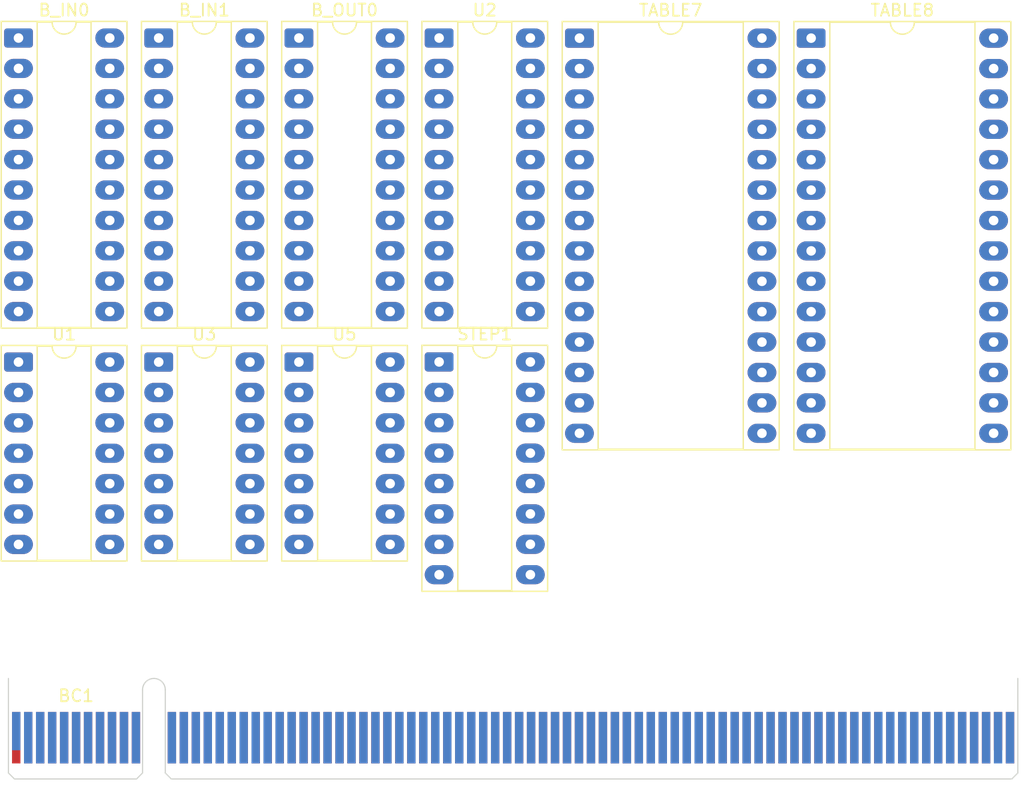
<source format=kicad_pcb>
(kicad_pcb (version 20241229) (generator "pcbnew") (generator_version "9.0")
  (layers (0 "F.Cu" signal) (2 "B.Cu" signal) (13 "F.Paste" user) (15 "B.Paste" user) (5 "F.SilkS" user "F.Silkscreen") (7 "B.SilkS" user "B.Silkscreen") (1 "F.Mask" user) (3 "B.Mask" user) (25 "Edge.Cuts" user))
  (net 0 "")
  (net 1 "/D6")
  (net 4 "/STATE6")
  (net 6 "VCC")
  (net 8 "GND")
  (net 10 "/~{LOAD_FR}")
  (net 11 "/STATE10")
  (net 12 "/D5")
  (net 16 "/IntEnable")
  (net 17 "/STATE8")
  (net 20 "/~{OUT_FR}")
  (net 25 "/~CLK")
  (net 26 "/STATE5")
  (net 28 "/STATE12")
  (net 29 "/D2")
  (net 30 "/AddrIncrement")
  (net 32 "/STATE2")
  (net 37 "/D4")
  (net 38 "/Reset")
  (net 41 "/STATE3")
  (net 42 "/~{IntDisable}")
  (net 43 "/SignIn")
  (net 45 "/~{Halt}")
  (net 48 "/~{Wait}")
  (net 49 "/D7")
  (net 52 "/STATE13")
  (net 56 "/STATE7")
  (net 57 "/AddrDecrement")
  (net 63 "/STATE9")
  (net 65 "/D3")
  (net 66 "/STATE15")
  (net 69 "/~{UPDATE_FR}")
  (net 70 "/D1")
  (net 71 "/STATE0")
  (net 72 "/D0")
  (net 73 "/STATE14")
  (net 75 "/STATE4")
  (net 79 "/~{CarryIn}")
  (net 80 "/ZeroIn")
  (net 81 "/~{SCClear}")
  (net 83 "/STATE11")
  (net 86 "/STATE1")
  (net 91 "Net-(BC1-PULSE)")
  (net 95 "Net-(B_IN0-A1)")
  (net 96 "Net-(B_IN0-A7)")
  (net 97 "Net-(B_IN0-A0)")
  (net 98 "Net-(B_IN0-A3)")
  (net 99 "Net-(B_IN0-A6)")
  (net 100 "Net-(B_IN0-A5)")
  (net 101 "Net-(B_IN0-A4)")
  (net 102 "Net-(B_IN0-A2)")
  (net 103 "Net-(B_OUT0-B4)")
  (net 104 "Net-(B_OUT0-B2)")
  (net 105 "Net-(B_OUT0-B0)")
  (net 106 "Net-(B_OUT0-B3)")
  (net 107 "Net-(B_OUT0-B1)")
  (net 108 "Net-(STEP1-CEP)")
  (net 110 "/Clk")
  (net 111 "Net-(STEP1-~{MR})")
  (net 120 "Net-(TABLE8-~{OE})")
  (net 121 "Net-(U1-Pad6)")
  (net 122 "Net-(U1-Pad4)")
  (net 123 "Net-(U1-Pad8)")
  (net 124 "Net-(U1-Pad12)")
  (net 125 "Net-(U2-Cp)")
  (net 126 "Net-(R2-Pad2)")
  (net 127 "Net-(R3-Pad2)")
  (net 130 "Net-(U3-Pad4)")
  (net 131 "Net-(U5-Pad1)")
  (footprint "Package_DIP:DIP-28_W15.24mm_Socket_LongPads" (layer "F.Cu") (at 132.23 30.93)
    (property "Reference" "TABLE7" (at 7.62 -2.33 0) (layer "F.SilkS"))
    (property "Value" "28C256")
    (fp_line (start 1.56 -1.33) (end 1.56 34.35) (stroke (width 0.12)) (layer "F.SilkS"))
    (fp_line (start 1.56 34.35) (end 13.68 34.35) (stroke (width 0.12)) (layer "F.SilkS"))
    (fp_line (start 6.62 -1.33) (end 1.56 -1.33) (stroke (width 0.12)) (layer "F.SilkS"))
    (fp_line (start 13.68 -1.33) (end 8.62 -1.33) (stroke (width 0.12)) (layer "F.SilkS"))
    (fp_line (start 13.68 34.35) (end 13.68 -1.33) (stroke (width 0.12)) (layer "F.SilkS"))
    (fp_rect (start -1.44 -1.39) (end 16.68 34.41) (stroke (width 0.12)) (fill no) (layer "F.SilkS"))
    (fp_arc (start 8.62 -1.33) (mid 7.62 -0.33) (end 6.62 -1.33) (stroke (width 0.12)) (layer "F.SilkS"))
    (pad "1" thru_hole roundrect (at 0 0) (size 2.4 1.6) (drill 0.8) (layers "*.Cu" "*.Mask") (roundrect_rratio 0.15625) (net 73 "/STATE14"))
    (pad "2" thru_hole oval (at 0 2.54) (size 2.4 1.6) (drill 0.8) (layers "*.Cu" "*.Mask") (net 28 "/STATE12"))
    (pad "3" thru_hole oval (at 0 5.08) (size 2.4 1.6) (drill 0.8) (layers "*.Cu" "*.Mask") (net 56 "/STATE7"))
    (pad "4" thru_hole oval (at 0 7.62) (size 2.4 1.6) (drill 0.8) (layers "*.Cu" "*.Mask") (net 4 "/STATE6"))
    (pad "5" thru_hole oval (at 0 10.16) (size 2.4 1.6) (drill 0.8) (layers "*.Cu" "*.Mask") (net 26 "/STATE5"))
    (pad "6" thru_hole oval (at 0 12.7) (size 2.4 1.6) (drill 0.8) (layers "*.Cu" "*.Mask") (net 75 "/STATE4"))
    (pad "7" thru_hole oval (at 0 15.24) (size 2.4 1.6) (drill 0.8) (layers "*.Cu" "*.Mask") (net 41 "/STATE3"))
    (pad "8" thru_hole oval (at 0 17.78) (size 2.4 1.6) (drill 0.8) (layers "*.Cu" "*.Mask") (net 32 "/STATE2"))
    (pad "9" thru_hole oval (at 0 20.32) (size 2.4 1.6) (drill 0.8) (layers "*.Cu" "*.Mask") (net 86 "/STATE1"))
    (pad "10" thru_hole oval (at 0 22.86) (size 2.4 1.6) (drill 0.8) (layers "*.Cu" "*.Mask") (net 71 "/STATE0"))
    (pad "11" thru_hole oval (at 0 25.4) (size 2.4 1.6) (drill 0.8) (layers "*.Cu" "*.Mask") (net 16 "/IntEnable"))
    (pad "12" thru_hole oval (at 0 27.94) (size 2.4 1.6) (drill 0.8) (layers "*.Cu" "*.Mask") (net 42 "/~{IntDisable}"))
    (pad "13" thru_hole oval (at 0 30.48) (size 2.4 1.6) (drill 0.8) (layers "*.Cu" "*.Mask") (net 57 "/AddrDecrement"))
    (pad "14" thru_hole oval (at 0 33.02) (size 2.4 1.6) (drill 0.8) (layers "*.Cu" "*.Mask") (net 8 "GND"))
    (pad "15" thru_hole oval (at 15.24 33.02) (size 2.4 1.6) (drill 0.8) (layers "*.Cu" "*.Mask") (net 30 "/AddrIncrement"))
    (pad "16" thru_hole oval (at 15.24 30.48) (size 2.4 1.6) (drill 0.8) (layers "*.Cu" "*.Mask"))
    (pad "17" thru_hole oval (at 15.24 27.94) (size 2.4 1.6) (drill 0.8) (layers "*.Cu" "*.Mask"))
    (pad "18" thru_hole oval (at 15.24 25.4) (size 2.4 1.6) (drill 0.8) (layers "*.Cu" "*.Mask"))
    (pad "19" thru_hole oval (at 15.24 22.86) (size 2.4 1.6) (drill 0.8) (layers "*.Cu" "*.Mask"))
    (pad "20" thru_hole oval (at 15.24 20.32) (size 2.4 1.6) (drill 0.8) (layers "*.Cu" "*.Mask") (net 8 "GND"))
    (pad "21" thru_hole oval (at 15.24 17.78) (size 2.4 1.6) (drill 0.8) (layers "*.Cu" "*.Mask") (net 11 "/STATE10"))
    (pad "22" thru_hole oval (at 15.24 15.24) (size 2.4 1.6) (drill 0.8) (layers "*.Cu" "*.Mask") (net 66 "/STATE15"))
    (pad "23" thru_hole oval (at 15.24 12.7) (size 2.4 1.6) (drill 0.8) (layers "*.Cu" "*.Mask") (net 83 "/STATE11"))
    (pad "24" thru_hole oval (at 15.24 10.16) (size 2.4 1.6) (drill 0.8) (layers "*.Cu" "*.Mask") (net 63 "/STATE9"))
    (pad "25" thru_hole oval (at 15.24 7.62) (size 2.4 1.6) (drill 0.8) (layers "*.Cu" "*.Mask") (net 17 "/STATE8"))
    (pad "26" thru_hole oval (at 15.24 5.08) (size 2.4 1.6) (drill 0.8) (layers "*.Cu" "*.Mask") (net 52 "/STATE13"))
    (pad "27" thru_hole oval (at 15.24 2.54) (size 2.4 1.6) (drill 0.8) (layers "*.Cu" "*.Mask") (net 8 "GND"))
    (pad "28" thru_hole oval (at 15.24 0) (size 2.4 1.6) (drill 0.8) (layers "*.Cu" "*.Mask") (net 6 "VCC"))
  )
  (footprint "Package_DIP:DIP-20_W7.62mm_Socket_LongPads" (layer "F.Cu") (at 120.51 30.92)
    (property "Reference" "U2" (at 3.81 -2.33 0) (layer "F.SilkS"))
    (property "Value" "74LS574")
    (fp_line (start 1.56 -1.33) (end 1.56 24.19) (stroke (width 0.12)) (layer "F.SilkS"))
    (fp_line (start 1.56 24.19) (end 6.06 24.19) (stroke (width 0.12)) (layer "F.SilkS"))
    (fp_line (start 2.81 -1.33) (end 1.56 -1.33) (stroke (width 0.12)) (layer "F.SilkS"))
    (fp_line (start 6.06 -1.33) (end 4.81 -1.33) (stroke (width 0.12)) (layer "F.SilkS"))
    (fp_line (start 6.06 24.19) (end 6.06 -1.33) (stroke (width 0.12)) (layer "F.SilkS"))
    (fp_rect (start -1.44 -1.39) (end 9.06 24.25) (stroke (width 0.12)) (fill no) (layer "F.SilkS"))
    (fp_arc (start 4.81 -1.33) (mid 3.81 -0.33) (end 2.81 -1.33) (stroke (width 0.12)) (layer "F.SilkS"))
    (pad "1" thru_hole roundrect (at 0 0) (size 2.4 1.6) (drill 0.8) (layers "*.Cu" "*.Mask") (roundrect_rratio 0.15625) (net 8 "GND"))
    (pad "2" thru_hole oval (at 0 2.54) (size 2.4 1.6) (drill 0.8) (layers "*.Cu" "*.Mask") (net 97 "Net-(B_IN0-A0)"))
    (pad "3" thru_hole oval (at 0 5.08) (size 2.4 1.6) (drill 0.8) (layers "*.Cu" "*.Mask") (net 95 "Net-(B_IN0-A1)"))
    (pad "4" thru_hole oval (at 0 7.62) (size 2.4 1.6) (drill 0.8) (layers "*.Cu" "*.Mask") (net 102 "Net-(B_IN0-A2)"))
    (pad "5" thru_hole oval (at 0 10.16) (size 2.4 1.6) (drill 0.8) (layers "*.Cu" "*.Mask") (net 98 "Net-(B_IN0-A3)"))
    (pad "6" thru_hole oval (at 0 12.7) (size 2.4 1.6) (drill 0.8) (layers "*.Cu" "*.Mask") (net 101 "Net-(B_IN0-A4)"))
    (pad "7" thru_hole oval (at 0 15.24) (size 2.4 1.6) (drill 0.8) (layers "*.Cu" "*.Mask") (net 100 "Net-(B_IN0-A5)"))
    (pad "8" thru_hole oval (at 0 17.78) (size 2.4 1.6) (drill 0.8) (layers "*.Cu" "*.Mask") (net 99 "Net-(B_IN0-A6)"))
    (pad "9" thru_hole oval (at 0 20.32) (size 2.4 1.6) (drill 0.8) (layers "*.Cu" "*.Mask") (net 96 "Net-(B_IN0-A7)"))
    (pad "10" thru_hole oval (at 0 22.86) (size 2.4 1.6) (drill 0.8) (layers "*.Cu" "*.Mask") (net 8 "GND"))
    (pad "11" thru_hole oval (at 7.62 22.86) (size 2.4 1.6) (drill 0.8) (layers "*.Cu" "*.Mask") (net 125 "Net-(U2-Cp)"))
    (pad "12" thru_hole oval (at 7.62 20.32) (size 2.4 1.6) (drill 0.8) (layers "*.Cu" "*.Mask") (net 11 "/STATE10"))
    (pad "13" thru_hole oval (at 7.62 17.78) (size 2.4 1.6) (drill 0.8) (layers "*.Cu" "*.Mask") (net 63 "/STATE9"))
    (pad "14" thru_hole oval (at 7.62 15.24) (size 2.4 1.6) (drill 0.8) (layers "*.Cu" "*.Mask") (net 17 "/STATE8"))
    (pad "15" thru_hole oval (at 7.62 12.7) (size 2.4 1.6) (drill 0.8) (layers "*.Cu" "*.Mask") (net 103 "Net-(B_OUT0-B4)"))
    (pad "16" thru_hole oval (at 7.62 10.16) (size 2.4 1.6) (drill 0.8) (layers "*.Cu" "*.Mask") (net 106 "Net-(B_OUT0-B3)"))
    (pad "17" thru_hole oval (at 7.62 7.62) (size 2.4 1.6) (drill 0.8) (layers "*.Cu" "*.Mask") (net 104 "Net-(B_OUT0-B2)"))
    (pad "18" thru_hole oval (at 7.62 5.08) (size 2.4 1.6) (drill 0.8) (layers "*.Cu" "*.Mask") (net 107 "Net-(B_OUT0-B1)"))
    (pad "19" thru_hole oval (at 7.62 2.54) (size 2.4 1.6) (drill 0.8) (layers "*.Cu" "*.Mask") (net 105 "Net-(B_OUT0-B0)"))
    (pad "20" thru_hole oval (at 7.62 0) (size 2.4 1.6) (drill 0.8) (layers "*.Cu" "*.Mask") (net 6 "VCC"))
  )
  (footprint "Package_DIP:DIP-16_W7.62mm_Socket_LongPads" (layer "F.Cu") (at 120.51 57.99)
    (property "Reference" "STEP1" (at 3.81 -2.33 0) (layer "F.SilkS"))
    (property "Value" "74LS161")
    (fp_line (start 1.56 -1.33) (end 1.56 19.11) (stroke (width 0.12)) (layer "F.SilkS"))
    (fp_line (start 1.56 19.11) (end 6.06 19.11) (stroke (width 0.12)) (layer "F.SilkS"))
    (fp_line (start 2.81 -1.33) (end 1.56 -1.33) (stroke (width 0.12)) (layer "F.SilkS"))
    (fp_line (start 6.06 -1.33) (end 4.81 -1.33) (stroke (width 0.12)) (layer "F.SilkS"))
    (fp_line (start 6.06 19.11) (end 6.06 -1.33) (stroke (width 0.12)) (layer "F.SilkS"))
    (fp_rect (start -1.44 -1.39) (end 9.06 19.17) (stroke (width 0.12)) (fill no) (layer "F.SilkS"))
    (fp_arc (start 4.81 -1.33) (mid 3.81 -0.33) (end 2.81 -1.33) (stroke (width 0.12)) (layer "F.SilkS"))
    (pad "1" thru_hole roundrect (at 0 0) (size 2.4 1.6) (drill 0.8) (layers "*.Cu" "*.Mask") (roundrect_rratio 0.15625) (net 111 "Net-(STEP1-~{MR})"))
    (pad "2" thru_hole oval (at 0 2.54) (size 2.4 1.6) (drill 0.8) (layers "*.Cu" "*.Mask") (net 110 "/Clk"))
    (pad "3" thru_hole oval (at 0 5.08) (size 2.4 1.6) (drill 0.8) (layers "*.Cu" "*.Mask") (net 8 "GND"))
    (pad "4" thru_hole oval (at 0 7.62) (size 2.4 1.6) (drill 0.8) (layers "*.Cu" "*.Mask") (net 8 "GND"))
    (pad "5" thru_hole oval (at 0 10.16) (size 2.4 1.6) (drill 0.8) (layers "*.Cu" "*.Mask") (net 8 "GND"))
    (pad "6" thru_hole oval (at 0 12.7) (size 2.4 1.6) (drill 0.8) (layers "*.Cu" "*.Mask") (net 8 "GND"))
    (pad "7" thru_hole oval (at 0 15.24) (size 2.4 1.6) (drill 0.8) (layers "*.Cu" "*.Mask") (net 108 "Net-(STEP1-CEP)"))
    (pad "8" thru_hole oval (at 0 17.78) (size 2.4 1.6) (drill 0.8) (layers "*.Cu" "*.Mask") (net 8 "GND"))
    (pad "9" thru_hole oval (at 7.62 17.78) (size 2.4 1.6) (drill 0.8) (layers "*.Cu" "*.Mask") (net 81 "/~{SCClear}"))
    (pad "10" thru_hole oval (at 7.62 15.24) (size 2.4 1.6) (drill 0.8) (layers "*.Cu" "*.Mask") (net 108 "Net-(STEP1-CEP)"))
    (pad "11" thru_hole oval (at 7.62 12.7) (size 2.4 1.6) (drill 0.8) (layers "*.Cu" "*.Mask") (net 73 "/STATE14"))
    (pad "12" thru_hole oval (at 7.62 10.16) (size 2.4 1.6) (drill 0.8) (layers "*.Cu" "*.Mask") (net 52 "/STATE13"))
    (pad "13" thru_hole oval (at 7.62 7.62) (size 2.4 1.6) (drill 0.8) (layers "*.Cu" "*.Mask") (net 28 "/STATE12"))
    (pad "14" thru_hole oval (at 7.62 5.08) (size 2.4 1.6) (drill 0.8) (layers "*.Cu" "*.Mask") (net 83 "/STATE11"))
    (pad "15" thru_hole oval (at 7.62 2.54) (size 2.4 1.6) (drill 0.8) (layers "*.Cu" "*.Mask"))
    (pad "16" thru_hole oval (at 7.62 0) (size 2.4 1.6) (drill 0.8) (layers "*.Cu" "*.Mask") (net 6 "VCC"))
  )
  (footprint "Connector_PCBEdge:BUS_PCIexpress_x16" (layer "F.Cu") (at 85.19 89.39)
    (property "Reference" "BC1" (at 5 -3.5 0) (layer "F.SilkS"))
    (property "Value" "BusConnector")
    (fp_line (start -0.65 -4.95) (end -0.65 2.95) (stroke (width 0.1)) (layer "Edge.Cuts"))
    (fp_line (start -0.65 2.95) (end -0.15 3.45) (stroke (width 0.1)) (layer "Edge.Cuts"))
    (fp_line (start -0.15 3.45) (end 10.05 3.45) (stroke (width 0.1)) (layer "Edge.Cuts"))
    (fp_line (start 10.55 -4) (end 10.55 2.95) (stroke (width 0.1)) (layer "Edge.Cuts"))
    (fp_line (start 10.55 2.95) (end 10.05 3.45) (stroke (width 0.1)) (layer "Edge.Cuts"))
    (fp_line (start 12.45 -4) (end 12.45 2.95) (stroke (width 0.1)) (layer "Edge.Cuts"))
    (fp_line (start 12.45 2.95) (end 12.95 3.45) (stroke (width 0.1)) (layer "Edge.Cuts"))
    (fp_line (start 12.95 3.45) (end 83.15 3.45) (stroke (width 0.1)) (layer "Edge.Cuts"))
    (fp_line (start 83.65 -4.95) (end 83.65 2.95) (stroke (width 0.1)) (layer "Edge.Cuts"))
    (fp_line (start 83.65 2.95) (end 83.15 3.45) (stroke (width 0.1)) (layer "Edge.Cuts"))
    (fp_arc (start 10.55 -4) (mid 11.5 -4.95) (end 12.45 -4) (stroke (width 0.1)) (layer "Edge.Cuts"))
    (pad "A1" connect rect (at 0 -0.55) (size 0.7 3.2) (layers "B.Cu" "B.Mask") (net 6 "VCC"))
    (pad "A2" connect rect (at 1 0) (size 0.7 4.3) (layers "B.Cu" "B.Mask") (net 6 "VCC"))
    (pad "A3" connect rect (at 2 0) (size 0.7 4.3) (layers "B.Cu" "B.Mask") (net 6 "VCC"))
    (pad "A4" connect rect (at 3 0) (size 0.7 4.3) (layers "B.Cu" "B.Mask") (net 6 "VCC"))
    (pad "A5" connect rect (at 4 0) (size 0.7 4.3) (layers "B.Cu" "B.Mask") (net 6 "VCC"))
    (pad "A6" connect rect (at 5 0) (size 0.7 4.3) (layers "B.Cu" "B.Mask"))
    (pad "A7" connect rect (at 6 0) (size 0.7 4.3) (layers "B.Cu" "B.Mask"))
    (pad "A8" connect rect (at 7 0) (size 0.7 4.3) (layers "B.Cu" "B.Mask"))
    (pad "A9" connect rect (at 8 0) (size 0.7 4.3) (layers "B.Cu" "B.Mask"))
    (pad "A10" connect rect (at 9 0) (size 0.7 4.3) (layers "B.Cu" "B.Mask"))
    (pad "A11" connect rect (at 10 0) (size 0.7 4.3) (layers "B.Cu" "B.Mask"))
    (pad "A12" connect rect (at 13 0) (size 0.7 4.3) (layers "B.Cu" "B.Mask") (net 8 "GND"))
    (pad "A13" connect rect (at 14 0) (size 0.7 4.3) (layers "B.Cu" "B.Mask") (net 8 "GND"))
    (pad "A14" connect rect (at 15 0) (size 0.7 4.3) (layers "B.Cu" "B.Mask"))
    (pad "A15" connect rect (at 16 0) (size 0.7 4.3) (layers "B.Cu" "B.Mask"))
    (pad "A16" connect rect (at 17 0) (size 0.7 4.3) (layers "B.Cu" "B.Mask"))
    (pad "A17" connect rect (at 18 0) (size 0.7 4.3) (layers "B.Cu" "B.Mask"))
    (pad "A18" connect rect (at 19 0) (size 0.7 4.3) (layers "B.Cu" "B.Mask"))
    (pad "A19" connect rect (at 20 0) (size 0.7 4.3) (layers "B.Cu" "B.Mask"))
    (pad "A20" connect rect (at 21 0) (size 0.7 4.3) (layers "B.Cu" "B.Mask"))
    (pad "A21" connect rect (at 22 0) (size 0.7 4.3) (layers "B.Cu" "B.Mask"))
    (pad "A22" connect rect (at 23 0) (size 0.7 4.3) (layers "B.Cu" "B.Mask"))
    (pad "A23" connect rect (at 24 0) (size 0.7 4.3) (layers "B.Cu" "B.Mask") (net 8 "GND"))
    (pad "A24" connect rect (at 25 0) (size 0.7 4.3) (layers "B.Cu" "B.Mask"))
    (pad "A25" connect rect (at 26 0) (size 0.7 4.3) (layers "B.Cu" "B.Mask"))
    (pad "A26" connect rect (at 27 0) (size 0.7 4.3) (layers "B.Cu" "B.Mask"))
    (pad "A27" connect rect (at 28 0) (size 0.7 4.3) (layers "B.Cu" "B.Mask"))
    (pad "A28" connect rect (at 29 0) (size 0.7 4.3) (layers "B.Cu" "B.Mask") (net 10 "/~{LOAD_FR}"))
    (pad "A29" connect rect (at 30 0) (size 0.7 4.3) (layers "B.Cu" "B.Mask"))
    (pad "A30" connect rect (at 31 0) (size 0.7 4.3) (layers "B.Cu" "B.Mask"))
    (pad "A31" connect rect (at 32 0) (size 0.7 4.3) (layers "B.Cu" "B.Mask"))
    (pad "A32" connect rect (at 33 0) (size 0.7 4.3) (layers "B.Cu" "B.Mask") (net 8 "GND"))
    (pad "A33" connect rect (at 34 0) (size 0.7 4.3) (layers "B.Cu" "B.Mask") (net 71 "/STATE0"))
    (pad "A34" connect rect (at 35 0) (size 0.7 4.3) (layers "B.Cu" "B.Mask") (net 86 "/STATE1"))
    (pad "A35" connect rect (at 36 0) (size 0.7 4.3) (layers "B.Cu" "B.Mask") (net 32 "/STATE2"))
    (pad "A36" connect rect (at 37 0) (size 0.7 4.3) (layers "B.Cu" "B.Mask") (net 41 "/STATE3"))
    (pad "A37" connect rect (at 38 0) (size 0.7 4.3) (layers "B.Cu" "B.Mask") (net 75 "/STATE4"))
    (pad "A38" connect rect (at 39 0) (size 0.7 4.3) (layers "B.Cu" "B.Mask") (net 26 "/STATE5"))
    (pad "A39" connect rect (at 40 0) (size 0.7 4.3) (layers "B.Cu" "B.Mask") (net 4 "/STATE6"))
    (pad "A40" connect rect (at 41 0) (size 0.7 4.3) (layers "B.Cu" "B.Mask") (net 56 "/STATE7"))
    (pad "A41" connect rect (at 42 0) (size 0.7 4.3) (layers "B.Cu" "B.Mask") (net 8 "GND"))
    (pad "A42" connect rect (at 43 0) (size 0.7 4.3) (layers "B.Cu" "B.Mask") (net 17 "/STATE8"))
    (pad "A43" connect rect (at 44 0) (size 0.7 4.3) (layers "B.Cu" "B.Mask") (net 63 "/STATE9"))
    (pad "A44" connect rect (at 45 0) (size 0.7 4.3) (layers "B.Cu" "B.Mask") (net 11 "/STATE10"))
    (pad "A45" connect rect (at 46 0) (size 0.7 4.3) (layers "B.Cu" "B.Mask") (net 83 "/STATE11"))
    (pad "A46" connect rect (at 47 0) (size 0.7 4.3) (layers "B.Cu" "B.Mask") (net 28 "/STATE12"))
    (pad "A47" connect rect (at 48 0) (size 0.7 4.3) (layers "B.Cu" "B.Mask") (net 52 "/STATE13"))
    (pad "A48" connect rect (at 49 0) (size 0.7 4.3) (layers "B.Cu" "B.Mask") (net 73 "/STATE14"))
    (pad "A49" connect rect (at 50 0) (size 0.7 4.3) (layers "B.Cu" "B.Mask") (net 66 "/STATE15"))
    (pad "A50" connect rect (at 51 0) (size 0.7 4.3) (layers "B.Cu" "B.Mask") (net 8 "GND"))
    (pad "A51" connect rect (at 52 0) (size 0.7 4.3) (layers "B.Cu" "B.Mask") (net 72 "/D0"))
    (pad "A52" connect rect (at 53 0) (size 0.7 4.3) (layers "B.Cu" "B.Mask") (net 70 "/D1"))
    (pad "A53" connect rect (at 54 0) (size 0.7 4.3) (layers "B.Cu" "B.Mask") (net 29 "/D2"))
    (pad "A54" connect rect (at 55 0) (size 0.7 4.3) (layers "B.Cu" "B.Mask") (net 65 "/D3"))
    (pad "A55" connect rect (at 56 0) (size 0.7 4.3) (layers "B.Cu" "B.Mask") (net 37 "/D4"))
    (pad "A56" connect rect (at 57 0) (size 0.7 4.3) (layers "B.Cu" "B.Mask") (net 12 "/D5"))
    (pad "A57" connect rect (at 58 0) (size 0.7 4.3) (layers "B.Cu" "B.Mask") (net 1 "/D6"))
    (pad "A58" connect rect (at 59 0) (size 0.7 4.3) (layers "B.Cu" "B.Mask") (net 49 "/D7"))
    (pad "A59" connect rect (at 60 0) (size 0.7 4.3) (layers "B.Cu" "B.Mask") (net 8 "GND"))
    (pad "A60" connect rect (at 61 0) (size 0.7 4.3) (layers "B.Cu" "B.Mask") (net 80 "/ZeroIn"))
    (pad "A61" connect rect (at 62 0) (size 0.7 4.3) (layers "B.Cu" "B.Mask") (net 79 "/~{CarryIn}"))
    (pad "A62" connect rect (at 63 0) (size 0.7 4.3) (layers "B.Cu" "B.Mask") (net 43 "/SignIn"))
    (pad "A63" connect rect (at 64 0) (size 0.7 4.3) (layers "B.Cu" "B.Mask") (net 8 "GND"))
    (pad "A64" connect rect (at 65 0) (size 0.7 4.3) (layers "B.Cu" "B.Mask") (net 8 "GND"))
    (pad "A65" connect rect (at 66 0) (size 0.7 4.3) (layers "B.Cu" "B.Mask") (net 8 "GND"))
    (pad "A66" connect rect (at 67 0) (size 0.7 4.3) (layers "B.Cu" "B.Mask") (net 8 "GND"))
    (pad "A67" connect rect (at 68 0) (size 0.7 4.3) (layers "B.Cu" "B.Mask"))
    (pad "A68" connect rect (at 69 0) (size 0.7 4.3) (layers "B.Cu" "B.Mask") (net 48 "/~{Wait}"))
    (pad "A69" connect rect (at 70 0) (size 0.7 4.3) (layers "B.Cu" "B.Mask") (net 38 "/Reset"))
    (pad "A70" connect rect (at 71 0) (size 0.7 4.3) (layers "B.Cu" "B.Mask") (net 8 "GND"))
    (pad "A71" connect rect (at 72 0) (size 0.7 4.3) (layers "B.Cu" "B.Mask") (net 8 "GND"))
    (pad "A72" connect rect (at 73 0) (size 0.7 4.3) (layers "B.Cu" "B.Mask") (net 8 "GND"))
    (pad "A73" connect rect (at 74 0) (size 0.7 4.3) (layers "B.Cu" "B.Mask") (net 8 "GND"))
    (pad "A74" connect rect (at 75 0) (size 0.7 4.3) (layers "B.Cu" "B.Mask") (net 8 "GND"))
    (pad "A75" connect rect (at 76 0) (size 0.7 4.3) (layers "B.Cu" "B.Mask") (net 8 "GND"))
    (pad "A76" connect rect (at 77 0) (size 0.7 4.3) (layers "B.Cu" "B.Mask") (net 8 "GND"))
    (pad "A77" connect rect (at 78 0) (size 0.7 4.3) (layers "B.Cu" "B.Mask"))
    (pad "A78" connect rect (at 79 0) (size 0.7 4.3) (layers "B.Cu" "B.Mask"))
    (pad "A79" connect rect (at 80 0) (size 0.7 4.3) (layers "B.Cu" "B.Mask"))
    (pad "A80" connect rect (at 81 0) (size 0.7 4.3) (layers "B.Cu" "B.Mask"))
    (pad "A81" connect rect (at 82 0) (size 0.7 4.3) (layers "B.Cu" "B.Mask"))
    (pad "A82" connect rect (at 83 0) (size 0.7 4.3) (layers "B.Cu" "B.Mask"))
    (pad "B1" connect rect (at 0 0) (size 0.7 4.3) (layers "F.Cu" "F.Mask") (net 6 "VCC"))
    (pad "B2" connect rect (at 1 0) (size 0.7 4.3) (layers "F.Cu" "F.Mask") (net 6 "VCC"))
    (pad "B3" connect rect (at 2 0) (size 0.7 4.3) (layers "F.Cu" "F.Mask") (net 6 "VCC"))
    (pad "B4" connect rect (at 3 0) (size 0.7 4.3) (layers "F.Cu" "F.Mask") (net 6 "VCC"))
    (pad "B5" connect rect (at 4 0) (size 0.7 4.3) (layers "F.Cu" "F.Mask") (net 6 "VCC"))
    (pad "B6" connect rect (at 5 0) (size 0.7 4.3) (layers "F.Cu" "F.Mask"))
    (pad "B7" connect rect (at 6 0) (size 0.7 4.3) (layers "F.Cu" "F.Mask"))
    (pad "B8" connect rect (at 7 0) (size 0.7 4.3) (layers "F.Cu" "F.Mask"))
    (pad "B9" connect rect (at 8 0) (size 0.7 4.3) (layers "F.Cu" "F.Mask"))
    (pad "B10" connect rect (at 9 0) (size 0.7 4.3) (layers "F.Cu" "F.Mask"))
    (pad "B11" connect rect (at 10 0) (size 0.7 4.3) (layers "F.Cu" "F.Mask"))
    (pad "B12" connect rect (at 13 0) (size 0.7 4.3) (layers "F.Cu" "F.Mask") (net 8 "GND"))
    (pad "B13" connect rect (at 14 0) (size 0.7 4.3) (layers "F.Cu" "F.Mask") (net 8 "GND"))
    (pad "B14" connect rect (at 15 0) (size 0.7 4.3) (layers "F.Cu" "F.Mask"))
    (pad "B15" connect rect (at 16 0) (size 0.7 4.3) (layers "F.Cu" "F.Mask"))
    (pad "B16" connect rect (at 17 0) (size 0.7 4.3) (layers "F.Cu" "F.Mask"))
    (pad "B17" connect rect (at 18 0) (size 0.7 4.3) (layers "F.Cu" "F.Mask"))
    (pad "B18" connect rect (at 19 0) (size 0.7 4.3) (layers "F.Cu" "F.Mask"))
    (pad "B19" connect rect (at 20 0) (size 0.7 4.3) (layers "F.Cu" "F.Mask"))
    (pad "B20" connect rect (at 21 0) (size 0.7 4.3) (layers "F.Cu" "F.Mask"))
    (pad "B21" connect rect (at 22 0) (size 0.7 4.3) (layers "F.Cu" "F.Mask"))
    (pad "B22" connect rect (at 23 0) (size 0.7 4.3) (layers "F.Cu" "F.Mask"))
    (pad "B23" connect rect (at 24 0) (size 0.7 4.3) (layers "F.Cu" "F.Mask") (net 8 "GND"))
    (pad "B24" connect rect (at 25 0) (size 0.7 4.3) (layers "F.Cu" "F.Mask"))
    (pad "B25" connect rect (at 26 0) (size 0.7 4.3) (layers "F.Cu" "F.Mask"))
    (pad "B26" connect rect (at 27 0) (size 0.7 4.3) (layers "F.Cu" "F.Mask"))
    (pad "B27" connect rect (at 28 0) (size 0.7 4.3) (layers "F.Cu" "F.Mask"))
    (pad "B28" connect rect (at 29 0) (size 0.7 4.3) (layers "F.Cu" "F.Mask") (net 20 "/~{OUT_FR}"))
    (pad "B29" connect rect (at 30 0) (size 0.7 4.3) (layers "F.Cu" "F.Mask"))
    (pad "B30" connect rect (at 31 0) (size 0.7 4.3) (layers "F.Cu" "F.Mask"))
    (pad "B31" connect rect (at 32 0) (size 0.7 4.3) (layers "F.Cu" "F.Mask"))
    (pad "B32" connect rect (at 33 0) (size 0.7 4.3) (layers "F.Cu" "F.Mask") (net 8 "GND"))
    (pad "B33" connect rect (at 34 0) (size 0.7 4.3) (layers "F.Cu" "F.Mask"))
    (pad "B34" connect rect (at 35 0) (size 0.7 4.3) (layers "F.Cu" "F.Mask"))
    (pad "B35" connect rect (at 36 0) (size 0.7 4.3) (layers "F.Cu" "F.Mask"))
    (pad "B36" connect rect (at 37 0) (size 0.7 4.3) (layers "F.Cu" "F.Mask"))
    (pad "B37" connect rect (at 38 0) (size 0.7 4.3) (layers "F.Cu" "F.Mask"))
    (pad "B38" connect rect (at 39 0) (size 0.7 4.3) (layers "F.Cu" "F.Mask"))
    (pad "B39" connect rect (at 40 0) (size 0.7 4.3) (layers "F.Cu" "F.Mask") (net 69 "/~{UPDATE_FR}"))
    (pad "B40" connect rect (at 41 0) (size 0.7 4.3) (layers "F.Cu" "F.Mask"))
    (pad "B41" connect rect (at 42 0) (size 0.7 4.3) (layers "F.Cu" "F.Mask") (net 8 "GND"))
    (pad "B42" connect rect (at 43 0) (size 0.7 4.3) (layers "F.Cu" "F.Mask"))
    (pad "B43" connect rect (at 44 0) (size 0.7 4.3) (layers "F.Cu" "F.Mask"))
    (pad "B44" connect rect (at 45 0) (size 0.7 4.3) (layers "F.Cu" "F.Mask"))
    (pad "B45" connect rect (at 46 0) (size 0.7 4.3) (layers "F.Cu" "F.Mask") (net 81 "/~{SCClear}"))
    (pad "B46" connect rect (at 47 0) (size 0.7 4.3) (layers "F.Cu" "F.Mask") (net 45 "/~{Halt}"))
    (pad "B47" connect rect (at 48 0) (size 0.7 4.3) (layers "F.Cu" "F.Mask"))
    (pad "B48" connect rect (at 49 0) (size 0.7 4.3) (layers "F.Cu" "F.Mask"))
    (pad "B49" connect rect (at 50 0) (size 0.7 4.3) (layers "F.Cu" "F.Mask"))
    (pad "B50" connect rect (at 51 0) (size 0.7 4.3) (layers "F.Cu" "F.Mask") (net 8 "GND"))
    (pad "B51" connect rect (at 52 0) (size 0.7 4.3) (layers "F.Cu" "F.Mask"))
    (pad "B52" connect rect (at 53 0) (size 0.7 4.3) (layers "F.Cu" "F.Mask"))
    (pad "B53" connect rect (at 54 0) (size 0.7 4.3) (layers "F.Cu" "F.Mask"))
    (pad "B54" connect rect (at 55 0) (size 0.7 4.3) (layers "F.Cu" "F.Mask"))
    (pad "B55" connect rect (at 56 0) (size 0.7 4.3) (layers "F.Cu" "F.Mask"))
    (pad "B56" connect rect (at 57 0) (size 0.7 4.3) (layers "F.Cu" "F.Mask"))
    (pad "B57" connect rect (at 58 0) (size 0.7 4.3) (layers "F.Cu" "F.Mask") (net 16 "/IntEnable"))
    (pad "B58" connect rect (at 59 0) (size 0.7 4.3) (layers "F.Cu" "F.Mask") (net 42 "/~{IntDisable}"))
    (pad "B59" connect rect (at 60 0) (size 0.7 4.3) (layers "F.Cu" "F.Mask") (net 8 "GND"))
    (pad "B60" connect rect (at 61 0) (size 0.7 4.3) (layers "F.Cu" "F.Mask") (net 57 "/AddrDecrement"))
    (pad "B61" connect rect (at 62 0) (size 0.7 4.3) (layers "F.Cu" "F.Mask") (net 30 "/AddrIncrement"))
    (pad "B62" connect rect (at 63 0) (size 0.7 4.3) (layers "F.Cu" "F.Mask") (net 8 "GND"))
    (pad "B63" connect rect (at 64 0) (size 0.7 4.3) (layers "F.Cu" "F.Mask") (net 8 "GND"))
    (pad "B64" connect rect (at 65 0) (size 0.7 4.3) (layers "F.Cu" "F.Mask") (net 8 "GND"))
    (pad "B65" connect rect (at 66 0) (size 0.7 4.3) (layers "F.Cu" "F.Mask") (net 8 "GND"))
    (pad "B66" connect rect (at 67 0) (size 0.7 4.3) (layers "F.Cu" "F.Mask") (net 8 "GND"))
    (pad "B67" connect rect (at 68 0) (size 0.7 4.3) (layers "F.Cu" "F.Mask") (net 8 "GND"))
    (pad "B68" connect rect (at 69 0) (size 0.7 4.3) (layers "F.Cu" "F.Mask") (net 8 "GND"))
    (pad "B69" connect rect (at 70 0) (size 0.7 4.3) (layers "F.Cu" "F.Mask") (net 8 "GND"))
    (pad "B70" connect rect (at 71 0) (size 0.7 4.3) (layers "F.Cu" "F.Mask") (net 8 "GND"))
    (pad "B71" connect rect (at 72 0) (size 0.7 4.3) (layers "F.Cu" "F.Mask") (net 8 "GND"))
    (pad "B72" connect rect (at 73 0) (size 0.7 4.3) (layers "F.Cu" "F.Mask") (net 8 "GND"))
    (pad "B73" connect rect (at 74 0) (size 0.7 4.3) (layers "F.Cu" "F.Mask") (net 25 "/~CLK"))
    (pad "B74" connect rect (at 75 0) (size 0.7 4.3) (layers "F.Cu" "F.Mask") (net 91 "Net-(BC1-PULSE)"))
    (pad "B75" connect rect (at 76 0) (size 0.7 4.3) (layers "F.Cu" "F.Mask") (net 8 "GND"))
    (pad "B76" connect rect (at 77 0) (size 0.7 4.3) (layers "F.Cu" "F.Mask") (net 8 "GND"))
    (pad "B77" connect rect (at 78 0) (size 0.7 4.3) (layers "F.Cu" "F.Mask"))
    (pad "B78" connect rect (at 79 0) (size 0.7 4.3) (layers "F.Cu" "F.Mask"))
    (pad "B79" connect rect (at 80 0) (size 0.7 4.3) (layers "F.Cu" "F.Mask"))
    (pad "B80" connect rect (at 81 0) (size 0.7 4.3) (layers "F.Cu" "F.Mask"))
    (pad "B81" connect rect (at 82 -0.55) (size 0.7 3.2) (layers "F.Cu" "F.Mask"))
    (pad "B82" connect rect (at 83 0) (size 0.7 4.3) (layers "F.Cu" "F.Mask"))
  )
  (footprint "Package_DIP:DIP-14_W7.62mm_Socket_LongPads" (layer "F.Cu") (at 108.8 58)
    (property "Reference" "U5" (at 3.81 -2.33 0) (layer "F.SilkS"))
    (property "Value" "74LS00")
    (fp_line (start 1.56 -1.33) (end 1.56 16.57) (stroke (width 0.12)) (layer "F.SilkS"))
    (fp_line (start 1.56 16.57) (end 6.06 16.57) (stroke (width 0.12)) (layer "F.SilkS"))
    (fp_line (start 2.81 -1.33) (end 1.56 -1.33) (stroke (width 0.12)) (layer "F.SilkS"))
    (fp_line (start 6.06 -1.33) (end 4.81 -1.33) (stroke (width 0.12)) (layer "F.SilkS"))
    (fp_line (start 6.06 16.57) (end 6.06 -1.33) (stroke (width 0.12)) (layer "F.SilkS"))
    (fp_rect (start -1.44 -1.39) (end 9.06 16.63) (stroke (width 0.12)) (fill no) (layer "F.SilkS"))
    (fp_arc (start 4.81 -1.33) (mid 3.81 -0.33) (end 2.81 -1.33) (stroke (width 0.12)) (layer "F.SilkS"))
    (pad "1" thru_hole roundrect (at 0 0) (size 2.4 1.6) (drill 0.8) (layers "*.Cu" "*.Mask") (roundrect_rratio 0.15625) (net 131 "Net-(U5-Pad1)"))
    (pad "2" thru_hole oval (at 0 2.54) (size 2.4 1.6) (drill 0.8) (layers "*.Cu" "*.Mask") (net 131 "Net-(U5-Pad1)"))
    (pad "3" thru_hole oval (at 0 5.08) (size 2.4 1.6) (drill 0.8) (layers "*.Cu" "*.Mask") (net 108 "Net-(STEP1-CEP)"))
    (pad "4" thru_hole oval (at 0 7.62) (size 2.4 1.6) (drill 0.8) (layers "*.Cu" "*.Mask") (net 38 "/Reset"))
    (pad "5" thru_hole oval (at 0 10.16) (size 2.4 1.6) (drill 0.8) (layers "*.Cu" "*.Mask") (net 38 "/Reset"))
    (pad "6" thru_hole oval (at 0 12.7) (size 2.4 1.6) (drill 0.8) (layers "*.Cu" "*.Mask") (net 111 "Net-(STEP1-~{MR})"))
    (pad "7" thru_hole oval (at 0 15.24) (size 2.4 1.6) (drill 0.8) (layers "*.Cu" "*.Mask") (net 8 "GND"))
    (pad "8" thru_hole oval (at 7.62 15.24) (size 2.4 1.6) (drill 0.8) (layers "*.Cu" "*.Mask") (net 131 "Net-(U5-Pad1)"))
    (pad "9" thru_hole oval (at 7.62 12.7) (size 2.4 1.6) (drill 0.8) (layers "*.Cu" "*.Mask") (net 45 "/~{Halt}"))
    (pad "10" thru_hole oval (at 7.62 10.16) (size 2.4 1.6) (drill 0.8) (layers "*.Cu" "*.Mask") (net 48 "/~{Wait}"))
    (pad "11" thru_hole oval (at 7.62 7.62) (size 2.4 1.6) (drill 0.8) (layers "*.Cu" "*.Mask") (net 91 "Net-(BC1-PULSE)"))
    (pad "12" thru_hole oval (at 7.62 5.08) (size 2.4 1.6) (drill 0.8) (layers "*.Cu" "*.Mask") (net 123 "Net-(U1-Pad8)"))
    (pad "13" thru_hole oval (at 7.62 2.54) (size 2.4 1.6) (drill 0.8) (layers "*.Cu" "*.Mask") (net 25 "/~CLK"))
    (pad "14" thru_hole oval (at 7.62 0) (size 2.4 1.6) (drill 0.8) (layers "*.Cu" "*.Mask") (net 6 "VCC"))
  )
  (footprint "Package_DIP:DIP-28_W15.24mm_Socket_LongPads" (layer "F.Cu") (at 151.58 30.93)
    (property "Reference" "TABLE8" (at 7.62 -2.33 0) (layer "F.SilkS"))
    (property "Value" "28C256")
    (fp_line (start 1.56 -1.33) (end 1.56 34.35) (stroke (width 0.12)) (layer "F.SilkS"))
    (fp_line (start 1.56 34.35) (end 13.68 34.35) (stroke (width 0.12)) (layer "F.SilkS"))
    (fp_line (start 6.62 -1.33) (end 1.56 -1.33) (stroke (width 0.12)) (layer "F.SilkS"))
    (fp_line (start 13.68 -1.33) (end 8.62 -1.33) (stroke (width 0.12)) (layer "F.SilkS"))
    (fp_line (start 13.68 34.35) (end 13.68 -1.33) (stroke (width 0.12)) (layer "F.SilkS"))
    (fp_rect (start -1.44 -1.39) (end 16.68 34.41) (stroke (width 0.12)) (fill no) (layer "F.SilkS"))
    (fp_arc (start 8.62 -1.33) (mid 7.62 -0.33) (end 6.62 -1.33) (stroke (width 0.12)) (layer "F.SilkS"))
    (pad "1" thru_hole roundrect (at 0 0) (size 2.4 1.6) (drill 0.8) (layers "*.Cu" "*.Mask") (roundrect_rratio 0.15625) (net 73 "/STATE14"))
    (pad "2" thru_hole oval (at 0 2.54) (size 2.4 1.6) (drill 0.8) (layers "*.Cu" "*.Mask") (net 28 "/STATE12"))
    (pad "3" thru_hole oval (at 0 5.08) (size 2.4 1.6) (drill 0.8) (layers "*.Cu" "*.Mask") (net 56 "/STATE7"))
    (pad "4" thru_hole oval (at 0 7.62) (size 2.4 1.6) (drill 0.8) (layers "*.Cu" "*.Mask") (net 4 "/STATE6"))
    (pad "5" thru_hole oval (at 0 10.16) (size 2.4 1.6) (drill 0.8) (layers "*.Cu" "*.Mask") (net 26 "/STATE5"))
    (pad "6" thru_hole oval (at 0 12.7) (size 2.4 1.6) (drill 0.8) (layers "*.Cu" "*.Mask") (net 75 "/STATE4"))
    (pad "7" thru_hole oval (at 0 15.24) (size 2.4 1.6) (drill 0.8) (layers "*.Cu" "*.Mask") (net 41 "/STATE3"))
    (pad "8" thru_hole oval (at 0 17.78) (size 2.4 1.6) (drill 0.8) (layers "*.Cu" "*.Mask") (net 32 "/STATE2"))
    (pad "9" thru_hole oval (at 0 20.32) (size 2.4 1.6) (drill 0.8) (layers "*.Cu" "*.Mask") (net 86 "/STATE1"))
    (pad "10" thru_hole oval (at 0 22.86) (size 2.4 1.6) (drill 0.8) (layers "*.Cu" "*.Mask") (net 71 "/STATE0"))
    (pad "11" thru_hole oval (at 0 25.4) (size 2.4 1.6) (drill 0.8) (layers "*.Cu" "*.Mask") (net 16 "/IntEnable"))
    (pad "12" thru_hole oval (at 0 27.94) (size 2.4 1.6) (drill 0.8) (layers "*.Cu" "*.Mask") (net 42 "/~{IntDisable}"))
    (pad "13" thru_hole oval (at 0 30.48) (size 2.4 1.6) (drill 0.8) (layers "*.Cu" "*.Mask") (net 57 "/AddrDecrement"))
    (pad "14" thru_hole oval (at 0 33.02) (size 2.4 1.6) (drill 0.8) (layers "*.Cu" "*.Mask") (net 8 "GND"))
    (pad "15" thru_hole oval (at 15.24 33.02) (size 2.4 1.6) (drill 0.8) (layers "*.Cu" "*.Mask") (net 30 "/AddrIncrement"))
    (pad "16" thru_hole oval (at 15.24 30.48) (size 2.4 1.6) (drill 0.8) (layers "*.Cu" "*.Mask"))
    (pad "17" thru_hole oval (at 15.24 27.94) (size 2.4 1.6) (drill 0.8) (layers "*.Cu" "*.Mask"))
    (pad "18" thru_hole oval (at 15.24 25.4) (size 2.4 1.6) (drill 0.8) (layers "*.Cu" "*.Mask"))
    (pad "19" thru_hole oval (at 15.24 22.86) (size 2.4 1.6) (drill 0.8) (layers "*.Cu" "*.Mask"))
    (pad "20" thru_hole oval (at 15.24 20.32) (size 2.4 1.6) (drill 0.8) (layers "*.Cu" "*.Mask") (net 8 "GND"))
    (pad "21" thru_hole oval (at 15.24 17.78) (size 2.4 1.6) (drill 0.8) (layers "*.Cu" "*.Mask") (net 11 "/STATE10"))
    (pad "22" thru_hole oval (at 15.24 15.24) (size 2.4 1.6) (drill 0.8) (layers "*.Cu" "*.Mask") (net 120 "Net-(TABLE8-~{OE})"))
    (pad "23" thru_hole oval (at 15.24 12.7) (size 2.4 1.6) (drill 0.8) (layers "*.Cu" "*.Mask") (net 83 "/STATE11"))
    (pad "24" thru_hole oval (at 15.24 10.16) (size 2.4 1.6) (drill 0.8) (layers "*.Cu" "*.Mask") (net 63 "/STATE9"))
    (pad "25" thru_hole oval (at 15.24 7.62) (size 2.4 1.6) (drill 0.8) (layers "*.Cu" "*.Mask") (net 17 "/STATE8"))
    (pad "26" thru_hole oval (at 15.24 5.08) (size 2.4 1.6) (drill 0.8) (layers "*.Cu" "*.Mask") (net 52 "/STATE13"))
    (pad "27" thru_hole oval (at 15.24 2.54) (size 2.4 1.6) (drill 0.8) (layers "*.Cu" "*.Mask") (net 8 "GND"))
    (pad "28" thru_hole oval (at 15.24 0) (size 2.4 1.6) (drill 0.8) (layers "*.Cu" "*.Mask") (net 6 "VCC"))
  )
  (footprint "Package_DIP:DIP-20_W7.62mm_Socket_LongPads" (layer "F.Cu") (at 97.09 30.92)
    (property "Reference" "B_IN1" (at 3.81 -2.33 0) (layer "F.SilkS"))
    (property "Value" "74LS245")
    (fp_line (start 1.56 -1.33) (end 1.56 24.19) (stroke (width 0.12)) (layer "F.SilkS"))
    (fp_line (start 1.56 24.19) (end 6.06 24.19) (stroke (width 0.12)) (layer "F.SilkS"))
    (fp_line (start 2.81 -1.33) (end 1.56 -1.33) (stroke (width 0.12)) (layer "F.SilkS"))
    (fp_line (start 6.06 -1.33) (end 4.81 -1.33) (stroke (width 0.12)) (layer "F.SilkS"))
    (fp_line (start 6.06 24.19) (end 6.06 -1.33) (stroke (width 0.12)) (layer "F.SilkS"))
    (fp_rect (start -1.44 -1.39) (end 9.06 24.25) (stroke (width 0.12)) (fill no) (layer "F.SilkS"))
    (fp_arc (start 4.81 -1.33) (mid 3.81 -0.33) (end 2.81 -1.33) (stroke (width 0.12)) (layer "F.SilkS"))
    (pad "1" thru_hole roundrect (at 0 0) (size 2.4 1.6) (drill 0.8) (layers "*.Cu" "*.Mask") (roundrect_rratio 0.15625) (net 8 "GND"))
    (pad "2" thru_hole oval (at 0 2.54) (size 2.4 1.6) (drill 0.8) (layers "*.Cu" "*.Mask") (net 97 "Net-(B_IN0-A0)"))
    (pad "3" thru_hole oval (at 0 5.08) (size 2.4 1.6) (drill 0.8) (layers "*.Cu" "*.Mask") (net 95 "Net-(B_IN0-A1)"))
    (pad "4" thru_hole oval (at 0 7.62) (size 2.4 1.6) (drill 0.8) (layers "*.Cu" "*.Mask") (net 102 "Net-(B_IN0-A2)"))
    (pad "5" thru_hole oval (at 0 10.16) (size 2.4 1.6) (drill 0.8) (layers "*.Cu" "*.Mask") (net 98 "Net-(B_IN0-A3)"))
    (pad "6" thru_hole oval (at 0 12.7) (size 2.4 1.6) (drill 0.8) (layers "*.Cu" "*.Mask") (net 101 "Net-(B_IN0-A4)"))
    (pad "7" thru_hole oval (at 0 15.24) (size 2.4 1.6) (drill 0.8) (layers "*.Cu" "*.Mask") (net 100 "Net-(B_IN0-A5)"))
    (pad "8" thru_hole oval (at 0 17.78) (size 2.4 1.6) (drill 0.8) (layers "*.Cu" "*.Mask") (net 99 "Net-(B_IN0-A6)"))
    (pad "9" thru_hole oval (at 0 20.32) (size 2.4 1.6) (drill 0.8) (layers "*.Cu" "*.Mask") (net 96 "Net-(B_IN0-A7)"))
    (pad "10" thru_hole oval (at 0 22.86) (size 2.4 1.6) (drill 0.8) (layers "*.Cu" "*.Mask") (net 8 "GND"))
    (pad "11" thru_hole oval (at 7.62 22.86) (size 2.4 1.6) (drill 0.8) (layers "*.Cu" "*.Mask") (net 49 "/D7"))
    (pad "12" thru_hole oval (at 7.62 20.32) (size 2.4 1.6) (drill 0.8) (layers "*.Cu" "*.Mask") (net 1 "/D6"))
    (pad "13" thru_hole oval (at 7.62 17.78) (size 2.4 1.6) (drill 0.8) (layers "*.Cu" "*.Mask") (net 12 "/D5"))
    (pad "14" thru_hole oval (at 7.62 15.24) (size 2.4 1.6) (drill 0.8) (layers "*.Cu" "*.Mask") (net 37 "/D4"))
    (pad "15" thru_hole oval (at 7.62 12.7) (size 2.4 1.6) (drill 0.8) (layers "*.Cu" "*.Mask") (net 65 "/D3"))
    (pad "16" thru_hole oval (at 7.62 10.16) (size 2.4 1.6) (drill 0.8) (layers "*.Cu" "*.Mask") (net 29 "/D2"))
    (pad "17" thru_hole oval (at 7.62 7.62) (size 2.4 1.6) (drill 0.8) (layers "*.Cu" "*.Mask") (net 70 "/D1"))
    (pad "18" thru_hole oval (at 7.62 5.08) (size 2.4 1.6) (drill 0.8) (layers "*.Cu" "*.Mask") (net 72 "/D0"))
    (pad "19" thru_hole oval (at 7.62 2.54) (size 2.4 1.6) (drill 0.8) (layers "*.Cu" "*.Mask") (net 10 "/~{LOAD_FR}"))
    (pad "20" thru_hole oval (at 7.62 0) (size 2.4 1.6) (drill 0.8) (layers "*.Cu" "*.Mask") (net 6 "VCC"))
  )
  (footprint "Package_DIP:DIP-14_W7.62mm_Socket_LongPads" (layer "F.Cu") (at 85.38 58)
    (property "Reference" "U1" (at 3.81 -2.33 0) (layer "F.SilkS"))
    (property "Value" "74LS04")
    (fp_line (start 1.56 -1.33) (end 1.56 16.57) (stroke (width 0.12)) (layer "F.SilkS"))
    (fp_line (start 1.56 16.57) (end 6.06 16.57) (stroke (width 0.12)) (layer "F.SilkS"))
    (fp_line (start 2.81 -1.33) (end 1.56 -1.33) (stroke (width 0.12)) (layer "F.SilkS"))
    (fp_line (start 6.06 -1.33) (end 4.81 -1.33) (stroke (width 0.12)) (layer "F.SilkS"))
    (fp_line (start 6.06 16.57) (end 6.06 -1.33) (stroke (width 0.12)) (layer "F.SilkS"))
    (fp_rect (start -1.44 -1.39) (end 9.06 16.63) (stroke (width 0.12)) (fill no) (layer "F.SilkS"))
    (fp_arc (start 4.81 -1.33) (mid 3.81 -0.33) (end 2.81 -1.33) (stroke (width 0.12)) (layer "F.SilkS"))
    (pad "1" thru_hole roundrect (at 0 0) (size 2.4 1.6) (drill 0.8) (layers "*.Cu" "*.Mask") (roundrect_rratio 0.15625) (net 66 "/STATE15"))
    (pad "2" thru_hole oval (at 0 2.54) (size 2.4 1.6) (drill 0.8) (layers "*.Cu" "*.Mask") (net 120 "Net-(TABLE8-~{OE})"))
    (pad "3" thru_hole oval (at 0 5.08) (size 2.4 1.6) (drill 0.8) (layers "*.Cu" "*.Mask") (net 10 "/~{LOAD_FR}"))
    (pad "4" thru_hole oval (at 0 7.62) (size 2.4 1.6) (drill 0.8) (layers "*.Cu" "*.Mask") (net 122 "Net-(U1-Pad4)"))
    (pad "5" thru_hole oval (at 0 10.16) (size 2.4 1.6) (drill 0.8) (layers "*.Cu" "*.Mask") (net 69 "/~{UPDATE_FR}"))
    (pad "6" thru_hole oval (at 0 12.7) (size 2.4 1.6) (drill 0.8) (layers "*.Cu" "*.Mask") (net 121 "Net-(U1-Pad6)"))
    (pad "7" thru_hole oval (at 0 15.24) (size 2.4 1.6) (drill 0.8) (layers "*.Cu" "*.Mask") (net 8 "GND"))
    (pad "8" thru_hole oval (at 7.62 15.24) (size 2.4 1.6) (drill 0.8) (layers "*.Cu" "*.Mask") (net 123 "Net-(U1-Pad8)"))
    (pad "9" thru_hole oval (at 7.62 12.7) (size 2.4 1.6) (drill 0.8) (layers "*.Cu" "*.Mask") (net 124 "Net-(U1-Pad12)"))
    (pad "10" thru_hole oval (at 7.62 10.16) (size 2.4 1.6) (drill 0.8) (layers "*.Cu" "*.Mask") (net 110 "/Clk"))
    (pad "11" thru_hole oval (at 7.62 7.62) (size 2.4 1.6) (drill 0.8) (layers "*.Cu" "*.Mask") (net 25 "/~CLK"))
    (pad "12" thru_hole oval (at 7.62 5.08) (size 2.4 1.6) (drill 0.8) (layers "*.Cu" "*.Mask") (net 124 "Net-(U1-Pad12)"))
    (pad "13" thru_hole oval (at 7.62 2.54) (size 2.4 1.6) (drill 0.8) (layers "*.Cu" "*.Mask") (net 110 "/Clk"))
    (pad "14" thru_hole oval (at 7.62 0) (size 2.4 1.6) (drill 0.8) (layers "*.Cu" "*.Mask") (net 6 "VCC"))
  )
  (footprint "Package_DIP:DIP-20_W7.62mm_Socket_LongPads" (layer "F.Cu") (at 108.8 30.92)
    (property "Reference" "B_OUT0" (at 3.81 -2.33 0) (layer "F.SilkS"))
    (property "Value" "74LS245")
    (fp_line (start 1.56 -1.33) (end 1.56 24.19) (stroke (width 0.12)) (layer "F.SilkS"))
    (fp_line (start 1.56 24.19) (end 6.06 24.19) (stroke (width 0.12)) (layer "F.SilkS"))
    (fp_line (start 2.81 -1.33) (end 1.56 -1.33) (stroke (width 0.12)) (layer "F.SilkS"))
    (fp_line (start 6.06 -1.33) (end 4.81 -1.33) (stroke (width 0.12)) (layer "F.SilkS"))
    (fp_line (start 6.06 24.19) (end 6.06 -1.33) (stroke (width 0.12)) (layer "F.SilkS"))
    (fp_rect (start -1.44 -1.39) (end 9.06 24.25) (stroke (width 0.12)) (fill no) (layer "F.SilkS"))
    (fp_arc (start 4.81 -1.33) (mid 3.81 -0.33) (end 2.81 -1.33) (stroke (width 0.12)) (layer "F.SilkS"))
    (pad "1" thru_hole roundrect (at 0 0) (size 2.4 1.6) (drill 0.8) (layers "*.Cu" "*.Mask") (roundrect_rratio 0.15625) (net 8 "GND"))
    (pad "2" thru_hole oval (at 0 2.54) (size 2.4 1.6) (drill 0.8) (layers "*.Cu" "*.Mask") (net 72 "/D0"))
    (pad "3" thru_hole oval (at 0 5.08) (size 2.4 1.6) (drill 0.8) (layers "*.Cu" "*.Mask") (net 70 "/D1"))
    (pad "4" thru_hole oval (at 0 7.62) (size 2.4 1.6) (drill 0.8) (layers "*.Cu" "*.Mask") (net 29 "/D2"))
    (pad "5" thru_hole oval (at 0 10.16) (size 2.4 1.6) (drill 0.8) (layers "*.Cu" "*.Mask") (net 65 "/D3"))
    (pad "6" thru_hole oval (at 0 12.7) (size 2.4 1.6) (drill 0.8) (layers "*.Cu" "*.Mask") (net 37 "/D4"))
    (pad "7" thru_hole oval (at 0 15.24) (size 2.4 1.6) (drill 0.8) (layers "*.Cu" "*.Mask") (net 12 "/D5"))
    (pad "8" thru_hole oval (at 0 17.78) (size 2.4 1.6) (drill 0.8) (layers "*.Cu" "*.Mask") (net 1 "/D6"))
    (pad "9" thru_hole oval (at 0 20.32) (size 2.4 1.6) (drill 0.8) (layers "*.Cu" "*.Mask") (net 49 "/D7"))
    (pad "10" thru_hole oval (at 0 22.86) (size 2.4 1.6) (drill 0.8) (layers "*.Cu" "*.Mask") (net 8 "GND"))
    (pad "11" thru_hole oval (at 7.62 22.86) (size 2.4 1.6) (drill 0.8) (layers "*.Cu" "*.Mask") (net 11 "/STATE10"))
    (pad "12" thru_hole oval (at 7.62 20.32) (size 2.4 1.6) (drill 0.8) (layers "*.Cu" "*.Mask") (net 63 "/STATE9"))
    (pad "13" thru_hole oval (at 7.62 17.78) (size 2.4 1.6) (drill 0.8) (layers "*.Cu" "*.Mask") (net 17 "/STATE8"))
    (pad "14" thru_hole oval (at 7.62 15.24) (size 2.4 1.6) (drill 0.8) (layers "*.Cu" "*.Mask") (net 103 "Net-(B_OUT0-B4)"))
    (pad "15" thru_hole oval (at 7.62 12.7) (size 2.4 1.6) (drill 0.8) (layers "*.Cu" "*.Mask") (net 106 "Net-(B_OUT0-B3)"))
    (pad "16" thru_hole oval (at 7.62 10.16) (size 2.4 1.6) (drill 0.8) (layers "*.Cu" "*.Mask") (net 104 "Net-(B_OUT0-B2)"))
    (pad "17" thru_hole oval (at 7.62 7.62) (size 2.4 1.6) (drill 0.8) (layers "*.Cu" "*.Mask") (net 107 "Net-(B_OUT0-B1)"))
    (pad "18" thru_hole oval (at 7.62 5.08) (size 2.4 1.6) (drill 0.8) (layers "*.Cu" "*.Mask") (net 105 "Net-(B_OUT0-B0)"))
    (pad "19" thru_hole oval (at 7.62 2.54) (size 2.4 1.6) (drill 0.8) (layers "*.Cu" "*.Mask") (net 20 "/~{OUT_FR}"))
    (pad "20" thru_hole oval (at 7.62 0) (size 2.4 1.6) (drill 0.8) (layers "*.Cu" "*.Mask") (net 6 "VCC"))
  )
  (footprint "Package_DIP:DIP-20_W7.62mm_Socket_LongPads" (layer "F.Cu") (at 85.38 30.92)
    (property "Reference" "B_IN0" (at 3.81 -2.33 0) (layer "F.SilkS"))
    (property "Value" "74LS245")
    (fp_line (start 1.56 -1.33) (end 1.56 24.19) (stroke (width 0.12)) (layer "F.SilkS"))
    (fp_line (start 1.56 24.19) (end 6.06 24.19) (stroke (width 0.12)) (layer "F.SilkS"))
    (fp_line (start 2.81 -1.33) (end 1.56 -1.33) (stroke (width 0.12)) (layer "F.SilkS"))
    (fp_line (start 6.06 -1.33) (end 4.81 -1.33) (stroke (width 0.12)) (layer "F.SilkS"))
    (fp_line (start 6.06 24.19) (end 6.06 -1.33) (stroke (width 0.12)) (layer "F.SilkS"))
    (fp_rect (start -1.44 -1.39) (end 9.06 24.25) (stroke (width 0.12)) (fill no) (layer "F.SilkS"))
    (fp_arc (start 4.81 -1.33) (mid 3.81 -0.33) (end 2.81 -1.33) (stroke (width 0.12)) (layer "F.SilkS"))
    (pad "1" thru_hole roundrect (at 0 0) (size 2.4 1.6) (drill 0.8) (layers "*.Cu" "*.Mask") (roundrect_rratio 0.15625) (net 8 "GND"))
    (pad "2" thru_hole oval (at 0 2.54) (size 2.4 1.6) (drill 0.8) (layers "*.Cu" "*.Mask") (net 97 "Net-(B_IN0-A0)"))
    (pad "3" thru_hole oval (at 0 5.08) (size 2.4 1.6) (drill 0.8) (layers "*.Cu" "*.Mask") (net 95 "Net-(B_IN0-A1)"))
    (pad "4" thru_hole oval (at 0 7.62) (size 2.4 1.6) (drill 0.8) (layers "*.Cu" "*.Mask") (net 102 "Net-(B_IN0-A2)"))
    (pad "5" thru_hole oval (at 0 10.16) (size 2.4 1.6) (drill 0.8) (layers "*.Cu" "*.Mask") (net 98 "Net-(B_IN0-A3)"))
    (pad "6" thru_hole oval (at 0 12.7) (size 2.4 1.6) (drill 0.8) (layers "*.Cu" "*.Mask") (net 101 "Net-(B_IN0-A4)"))
    (pad "7" thru_hole oval (at 0 15.24) (size 2.4 1.6) (drill 0.8) (layers "*.Cu" "*.Mask") (net 100 "Net-(B_IN0-A5)"))
    (pad "8" thru_hole oval (at 0 17.78) (size 2.4 1.6) (drill 0.8) (layers "*.Cu" "*.Mask") (net 99 "Net-(B_IN0-A6)"))
    (pad "9" thru_hole oval (at 0 20.32) (size 2.4 1.6) (drill 0.8) (layers "*.Cu" "*.Mask") (net 96 "Net-(B_IN0-A7)"))
    (pad "10" thru_hole oval (at 0 22.86) (size 2.4 1.6) (drill 0.8) (layers "*.Cu" "*.Mask") (net 8 "GND"))
    (pad "11" thru_hole oval (at 7.62 22.86) (size 2.4 1.6) (drill 0.8) (layers "*.Cu" "*.Mask") (net 80 "/ZeroIn"))
    (pad "12" thru_hole oval (at 7.62 20.32) (size 2.4 1.6) (drill 0.8) (layers "*.Cu" "*.Mask") (net 79 "/~{CarryIn}"))
    (pad "13" thru_hole oval (at 7.62 17.78) (size 2.4 1.6) (drill 0.8) (layers "*.Cu" "*.Mask") (net 43 "/SignIn"))
    (pad "14" thru_hole oval (at 7.62 15.24) (size 2.4 1.6) (drill 0.8) (layers "*.Cu" "*.Mask") (net 8 "GND"))
    (pad "15" thru_hole oval (at 7.62 12.7) (size 2.4 1.6) (drill 0.8) (layers "*.Cu" "*.Mask") (net 8 "GND"))
    (pad "16" thru_hole oval (at 7.62 10.16) (size 2.4 1.6) (drill 0.8) (layers "*.Cu" "*.Mask") (net 8 "GND"))
    (pad "17" thru_hole oval (at 7.62 7.62) (size 2.4 1.6) (drill 0.8) (layers "*.Cu" "*.Mask") (net 8 "GND"))
    (pad "18" thru_hole oval (at 7.62 5.08) (size 2.4 1.6) (drill 0.8) (layers "*.Cu" "*.Mask") (net 8 "GND"))
    (pad "19" thru_hole oval (at 7.62 2.54) (size 2.4 1.6) (drill 0.8) (layers "*.Cu" "*.Mask") (net 69 "/~{UPDATE_FR}"))
    (pad "20" thru_hole oval (at 7.62 0) (size 2.4 1.6) (drill 0.8) (layers "*.Cu" "*.Mask") (net 6 "VCC"))
  )
  (footprint "Package_DIP:DIP-14_W7.62mm_Socket_LongPads" (layer "F.Cu") (at 97.09 58)
    (property "Reference" "U3" (at 3.81 -2.33 0) (layer "F.SilkS"))
    (property "Value" "74LS02")
    (fp_line (start 1.56 -1.33) (end 1.56 16.57) (stroke (width 0.12)) (layer "F.SilkS"))
    (fp_line (start 1.56 16.57) (end 6.06 16.57) (stroke (width 0.12)) (layer "F.SilkS"))
    (fp_line (start 2.81 -1.33) (end 1.56 -1.33) (stroke (width 0.12)) (layer "F.SilkS"))
    (fp_line (start 6.06 -1.33) (end 4.81 -1.33) (stroke (width 0.12)) (layer "F.SilkS"))
    (fp_line (start 6.06 16.57) (end 6.06 -1.33) (stroke (width 0.12)) (layer "F.SilkS"))
    (fp_rect (start -1.44 -1.39) (end 9.06 16.63) (stroke (width 0.12)) (fill no) (layer "F.SilkS"))
    (fp_arc (start 4.81 -1.33) (mid 3.81 -0.33) (end 2.81 -1.33) (stroke (width 0.12)) (layer "F.SilkS"))
    (pad "1" thru_hole roundrect (at 0 0) (size 2.4 1.6) (drill 0.8) (layers "*.Cu" "*.Mask") (roundrect_rratio 0.15625))
    (pad "2" thru_hole oval (at 0 2.54) (size 2.4 1.6) (drill 0.8) (layers "*.Cu" "*.Mask") (net 126 "Net-(R2-Pad2)"))
    (pad "3" thru_hole oval (at 0 5.08) (size 2.4 1.6) (drill 0.8) (layers "*.Cu" "*.Mask") (net 8 "GND"))
    (pad "4" thru_hole oval (at 0 7.62) (size 2.4 1.6) (drill 0.8) (layers "*.Cu" "*.Mask") (net 130 "Net-(U3-Pad4)"))
    (pad "5" thru_hole oval (at 0 10.16) (size 2.4 1.6) (drill 0.8) (layers "*.Cu" "*.Mask") (net 121 "Net-(U1-Pad6)"))
    (pad "6" thru_hole oval (at 0 12.7) (size 2.4 1.6) (drill 0.8) (layers "*.Cu" "*.Mask") (net 122 "Net-(U1-Pad4)"))
    (pad "7" thru_hole oval (at 0 15.24) (size 2.4 1.6) (drill 0.8) (layers "*.Cu" "*.Mask") (net 8 "GND"))
    (pad "8" thru_hole oval (at 7.62 15.24) (size 2.4 1.6) (drill 0.8) (layers "*.Cu" "*.Mask") (net 25 "/~CLK"))
    (pad "9" thru_hole oval (at 7.62 12.7) (size 2.4 1.6) (drill 0.8) (layers "*.Cu" "*.Mask") (net 130 "Net-(U3-Pad4)"))
    (pad "10" thru_hole oval (at 7.62 10.16) (size 2.4 1.6) (drill 0.8) (layers "*.Cu" "*.Mask") (net 125 "Net-(U2-Cp)"))
    (pad "11" thru_hole oval (at 7.62 7.62) (size 2.4 1.6) (drill 0.8) (layers "*.Cu" "*.Mask") (net 127 "Net-(R3-Pad2)"))
    (pad "12" thru_hole oval (at 7.62 5.08) (size 2.4 1.6) (drill 0.8) (layers "*.Cu" "*.Mask") (net 8 "GND"))
    (pad "13" thru_hole oval (at 7.62 2.54) (size 2.4 1.6) (drill 0.8) (layers "*.Cu" "*.Mask"))
    (pad "14" thru_hole oval (at 7.62 0) (size 2.4 1.6) (drill 0.8) (layers "*.Cu" "*.Mask") (net 6 "VCC"))
  )
)
</source>
